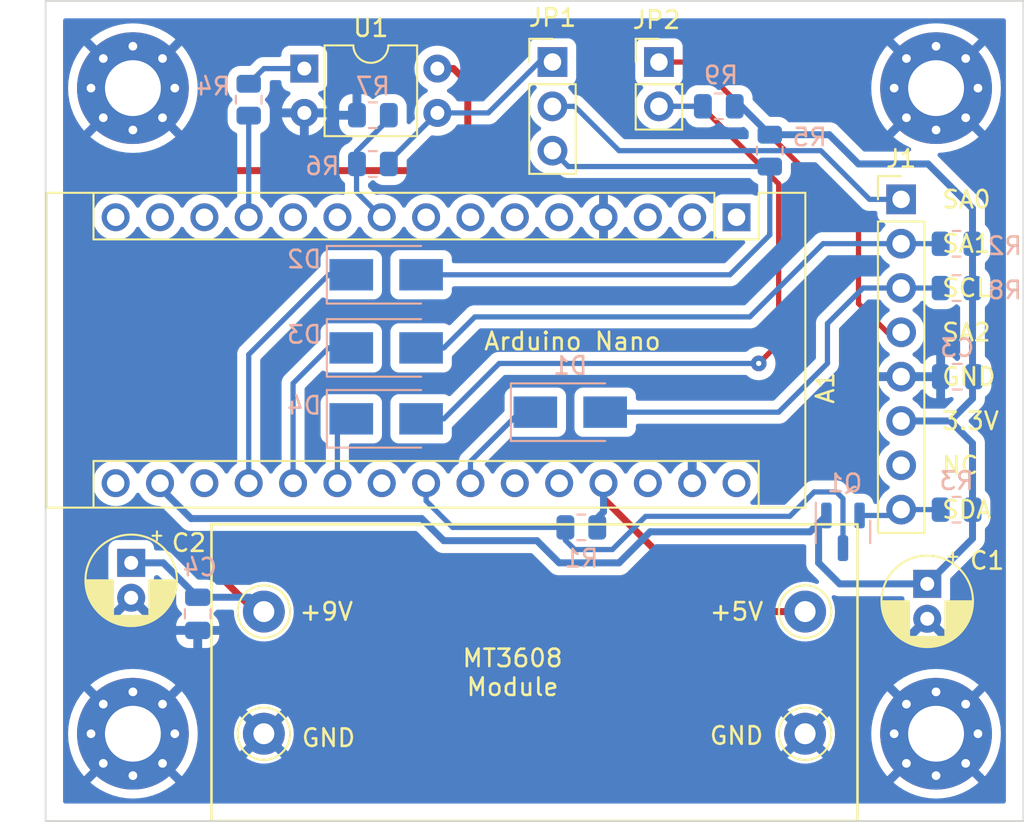
<source format=kicad_pcb>
(kicad_pcb (version 20211014) (generator pcbnew)
  (layers (0 "F.Cu" signal) (31 "B.Cu" signal) (34 "B.Paste" user) (35 "F.Paste" user) (36 "B.SilkS" user "B.Silkscreen") (37 "F.SilkS" user "F.Silkscreen") (38 "B.Mask" user) (39 "F.Mask" user) (44 "Edge.Cuts" user))
  (net 0 "")
  (net 4 "GND")
  (net 9 "HVDET")
  (net 12 "HVSW")
  (net 17 "+3.3V")
  (net 19 "SA0SW")
  (net 20 "SA1SW")
  (net 21 "SA2SW")
  (net 23 "SDASW")
  (net 24 "SCLSW")
  (net 27 "+5V")
  (net 30 "SA0")
  (net 31 "SA1")
  (net 32 "SCL")
  (net 33 "SA2")
  (net 34 "SDA")
  (net 35 "Net-(D2-Pad2)")
  (net 36 "Net-(JP1-Pad1)")
  (net 37 "Net-(R4-Pad2)")
  (net 38 "+9V")
  (net 39 "Net-(D4-Pad2)")
  (footprint "MountingHole:MountingHole_3.2mm_M3_Pad_Via" (layer "F.Cu") (at 105 105)
    (fp_text reference "H1" hide)
    (fp_text value "MountingHole_Pad" hide)
    (pad "1" thru_hole circle locked (at -1.697056 1.697056) (size 0.8 0.8) (drill 0.5) (layers *.Cu *.Mask) (net 4 "GND"))
    (pad "1" thru_hole circle locked (at 0 0) (size 6.4 6.4) (drill 3.2) (layers *.Cu *.Mask) (net 4 "GND"))
    (pad "1" thru_hole circle locked (at 0 2.4) (size 0.8 0.8) (drill 0.5) (layers *.Cu *.Mask) (net 4 "GND"))
    (pad "1" thru_hole circle locked (at 2.4 0) (size 0.8 0.8) (drill 0.5) (layers *.Cu *.Mask) (net 4 "GND"))
    (pad "1" thru_hole circle locked (at -2.4 0) (size 0.8 0.8) (drill 0.5) (layers *.Cu *.Mask) (net 4 "GND"))
    (pad "1" thru_hole circle locked (at 1.697056 -1.697056) (size 0.8 0.8) (drill 0.5) (layers *.Cu *.Mask) (net 4 "GND"))
    (pad "1" thru_hole circle locked (at -1.697056 -1.697056) (size 0.8 0.8) (drill 0.5) (layers *.Cu *.Mask) (net 4 "GND"))
    (pad "1" thru_hole circle locked (at 1.697056 1.697056) (size 0.8 0.8) (drill 0.5) (layers *.Cu *.Mask) (net 4 "GND"))
    (pad "1" thru_hole circle locked (at 0 -2.4) (size 0.8 0.8) (drill 0.5) (layers *.Cu *.Mask) (net 4 "GND"))
  )
  (footprint "MountingHole:MountingHole_3.2mm_M3_Pad_Via" (layer "F.Cu") (at 105 142)
    (fp_text reference "H3" hide)
    (fp_text value "MountingHole_Pad" hide)
    (pad "1" thru_hole circle locked (at -1.697056 -1.697056) (size 0.8 0.8) (drill 0.5) (layers *.Cu *.Mask) (net 4 "GND"))
    (pad "1" thru_hole circle locked (at 0 2.4) (size 0.8 0.8) (drill 0.5) (layers *.Cu *.Mask) (net 4 "GND"))
    (pad "1" thru_hole circle locked (at 1.697056 1.697056) (size 0.8 0.8) (drill 0.5) (layers *.Cu *.Mask) (net 4 "GND"))
    (pad "1" thru_hole circle locked (at 2.4 0) (size 0.8 0.8) (drill 0.5) (layers *.Cu *.Mask) (net 4 "GND"))
    (pad "1" thru_hole circle locked (at 0 -2.4) (size 0.8 0.8) (drill 0.5) (layers *.Cu *.Mask) (net 4 "GND"))
    (pad "1" thru_hole circle locked (at -2.4 0) (size 0.8 0.8) (drill 0.5) (layers *.Cu *.Mask) (net 4 "GND"))
    (pad "1" thru_hole circle locked (at 0 0) (size 6.4 6.4) (drill 3.2) (layers *.Cu *.Mask) (net 4 "GND"))
    (pad "1" thru_hole circle locked (at 1.697056 -1.697056) (size 0.8 0.8) (drill 0.5) (layers *.Cu *.Mask) (net 4 "GND"))
    (pad "1" thru_hole circle locked (at -1.697056 1.697056) (size 0.8 0.8) (drill 0.5) (layers *.Cu *.Mask) (net 4 "GND"))
  )
  (footprint "Connector_Pin:Pin_D1.0mm_L10.0mm_LooseFit" (layer "F.Cu") (at 143.5 135)
    (fp_text reference "J4" hide)
    (fp_text value "Conn_01x01" hide)
    (pad "1" thru_hole circle locked (at 0 0) (size 2.4 2.4) (drill 1.2) (layers *.Cu *.Mask) (net 27 "+5V"))
  )
  (footprint "Capacitor_THT:CP_Radial_D5.0mm_P2.00mm" (layer "F.Cu") (at 150.495 133.410888 -90)
    (fp_text reference "C1" (at -1.330888 -3.429) (layer "F.SilkS"))
    (fp_text value "100 x 6.3V")
    (pad "1" thru_hole rect (at 0 0 270) (size 1.6 1.6) (drill 0.8) (layers *.Cu *.Mask) (net 17 "+3.3V"))
    (pad "2" thru_hole circle (at 2 0 270) (size 1.6 1.6) (drill 0.8) (layers *.Cu *.Mask) (net 4 "GND"))
  )
  (footprint "Connector_PinHeader_2.54mm:PinHeader_1x03_P2.54mm_Vertical" (layer "F.Cu") (at 129.0305 103.505)
    (fp_text reference "JP1" (at 0.0015 -2.54) (layer "F.SilkS"))
    (fp_text value "SA0_MODE")
    (pad "1" thru_hole rect (at 0 0) (size 1.7 1.7) (drill 1) (layers *.Cu *.Mask) (net 36 "Net-(JP1-Pad1)"))
    (pad "2" thru_hole oval (at 0 2.54) (size 1.7 1.7) (drill 1) (layers *.Cu *.Mask) (net 30 "SA0"))
    (pad "3" thru_hole oval (at 0 5.08) (size 1.7 1.7) (drill 1) (layers *.Cu *.Mask) (net 35 "Net-(D2-Pad2)"))
  )
  (footprint "Module:Arduino_Nano" (layer "F.Cu") (at 139.573 112.4 -90)
    (fp_text reference "A1" (at 9.774 -5.08 90) (layer "F.SilkS"))
    (fp_text value "Arduino_Nano_v2.x")
    (pad "1" thru_hole rect (at 0 0 270) (size 1.6 1.6) (drill 1) (layers *.Cu *.Mask))
    (pad "2" thru_hole oval (at 0 2.54 270) (size 1.6 1.6) (drill 1) (layers *.Cu *.Mask))
    (pad "3" thru_hole oval (at 0 5.08 270) (size 1.6 1.6) (drill 1) (layers *.Cu *.Mask))
    (pad "4" thru_hole oval (at 0 7.62 270) (size 1.6 1.6) (drill 1) (layers *.Cu *.Mask) (net 4 "GND"))
    (pad "5" thru_hole oval (at 0 10.16 270) (size 1.6 1.6) (drill 1) (layers *.Cu *.Mask))
    (pad "6" thru_hole oval (at 0 12.7 270) (size 1.6 1.6) (drill 1) (layers *.Cu *.Mask))
    (pad "7" thru_hole oval (at 0 15.24 270) (size 1.6 1.6) (drill 1) (layers *.Cu *.Mask))
    (pad "8" thru_hole oval (at 0 17.78 270) (size 1.6 1.6) (drill 1) (layers *.Cu *.Mask))
    (pad "9" thru_hole oval (at 0 20.32 270) (size 1.6 1.6) (drill 1) (layers *.Cu *.Mask) (net 9 "HVDET"))
    (pad "10" thru_hole oval (at 0 22.86 270) (size 1.6 1.6) (drill 1) (layers *.Cu *.Mask))
    (pad "11" thru_hole oval (at 0 25.4 270) (size 1.6 1.6) (drill 1) (layers *.Cu *.Mask))
    (pad "12" thru_hole oval (at 0 27.94 270) (size 1.6 1.6) (drill 1) (layers *.Cu *.Mask) (net 12 "HVSW"))
    (pad "13" thru_hole oval (at 0 30.48 270) (size 1.6 1.6) (drill 1) (layers *.Cu *.Mask))
    (pad "14" thru_hole oval (at 0 33.02 270) (size 1.6 1.6) (drill 1) (layers *.Cu *.Mask))
    (pad "15" thru_hole oval (at 0 35.56 270) (size 1.6 1.6) (drill 1) (layers *.Cu *.Mask))
    (pad "16" thru_hole oval (at 15.24 35.56 270) (size 1.6 1.6) (drill 1) (layers *.Cu *.Mask))
    (pad "17" thru_hole oval (at 15.24 33.02 270) (size 1.6 1.6) (drill 1) (layers *.Cu *.Mask) (net 17 "+3.3V"))
    (pad "18" thru_hole oval (at 15.24 30.48 270) (size 1.6 1.6) (drill 1) (layers *.Cu *.Mask))
    (pad "19" thru_hole oval (at 15.24 27.94 270) (size 1.6 1.6) (drill 1) (layers *.Cu *.Mask) (net 19 "SA0SW"))
    (pad "20" thru_hole oval (at 15.24 25.4 270) (size 1.6 1.6) (drill 1) (layers *.Cu *.Mask) (net 20 "SA1SW"))
    (pad "21" thru_hole oval (at 15.24 22.86 270) (size 1.6 1.6) (drill 1) (layers *.Cu *.Mask) (net 21 "SA2SW"))
    (pad "22" thru_hole oval (at 15.24 20.32 270) (size 1.6 1.6) (drill 1) (layers *.Cu *.Mask))
    (pad "23" thru_hole oval (at 15.24 17.78 270) (size 1.6 1.6) (drill 1) (layers *.Cu *.Mask) (net 23 "SDASW"))
    (pad "24" thru_hole oval (at 15.24 15.24 270) (size 1.6 1.6) (drill 1) (layers *.Cu *.Mask) (net 24 "SCLSW"))
    (pad "25" thru_hole oval (at 15.24 12.7 270) (size 1.6 1.6) (drill 1) (layers *.Cu *.Mask))
    (pad "26" thru_hole oval (at 15.24 10.16 270) (size 1.6 1.6) (drill 1) (layers *.Cu *.Mask))
    (pad "27" thru_hole oval (at 15.24 7.62 270) (size 1.6 1.6) (drill 1) (layers *.Cu *.Mask) (net 27 "+5V"))
    (pad "28" thru_hole oval (at 15.24 5.08 270) (size 1.6 1.6) (drill 1) (layers *.Cu *.Mask))
    (pad "29" thru_hole oval (at 15.24 2.54 270) (size 1.6 1.6) (drill 1) (layers *.Cu *.Mask) (net 4 "GND"))
    (pad "30" thru_hole oval (at 15.24 0 270) (size 1.6 1.6) (drill 1) (layers *.Cu *.Mask))
  )
  (footprint "Connector_Pin:Pin_D1.0mm_L10.0mm_LooseFit" (layer "F.Cu") (at 143.5 142)
    (fp_text reference "J5" hide)
    (fp_text value "Conn_01x01" hide)
    (pad "1" thru_hole circle locked (at 0 0) (size 2.4 2.4) (drill 1.2) (layers *.Cu *.Mask) (net 4 "GND"))
  )
  (footprint "Connector_PinHeader_2.54mm:PinHeader_1x08_P2.54mm_Vertical" (layer "F.Cu") (at 149 111.375)
    (fp_text reference "J1" (at 0 -2.33) (layer "F.SilkS"))
    (fp_text value "Conn_01x08_Male")
    (pad "1" thru_hole rect (at 0 0) (size 1.7 1.7) (drill 1) (layers *.Cu *.Mask) (net 30 "SA0"))
    (pad "2" thru_hole oval (at 0 2.54) (size 1.7 1.7) (drill 1) (layers *.Cu *.Mask) (net 31 "SA1"))
    (pad "3" thru_hole oval (at 0 5.08) (size 1.7 1.7) (drill 1) (layers *.Cu *.Mask) (net 32 "SCL"))
    (pad "4" thru_hole oval (at 0 7.62) (size 1.7 1.7) (drill 1) (layers *.Cu *.Mask) (net 33 "SA2"))
    (pad "5" thru_hole oval (at 0 10.16) (size 1.7 1.7) (drill 1) (layers *.Cu *.Mask) (net 4 "GND"))
    (pad "6" thru_hole oval (at 0 12.7) (size 1.7 1.7) (drill 1) (layers *.Cu *.Mask) (net 17 "+3.3V"))
    (pad "7" thru_hole oval (at 0 15.24) (size 1.7 1.7) (drill 1) (layers *.Cu *.Mask))
    (pad "8" thru_hole oval (at 0 17.78) (size 1.7 1.7) (drill 1) (layers *.Cu *.Mask) (net 34 "SDA"))
  )
  (footprint "Package_DIP:DIP-4_W7.62mm" (layer "F.Cu") (at 114.818 103.881)
    (fp_text reference "U1" (at 3.81 -2.33) (layer "F.SilkS"))
    (fp_text value "PC817")
    (pad "1" thru_hole rect (at 0 0) (size 1.6 1.6) (drill 0.8) (layers *.Cu *.Mask) (net 37 "Net-(R4-Pad2)"))
    (pad "2" thru_hole oval (at 0 2.54) (size 1.6 1.6) (drill 0.8) (layers *.Cu *.Mask) (net 4 "GND"))
    (pad "3" thru_hole oval (at 7.62 2.54) (size 1.6 1.6) (drill 0.8) (layers *.Cu *.Mask) (net 36 "Net-(JP1-Pad1)"))
    (pad "4" thru_hole oval (at 7.62 0) (size 1.6 1.6) (drill 0.8) (layers *.Cu *.Mask) (net 38 "+9V"))
  )
  (footprint "Connector_Pin:Pin_D1.0mm_L10.0mm_LooseFit" (layer "F.Cu") (at 112.5 142)
    (fp_text reference "J3" hide)
    (fp_text value "Conn_01x01" hide)
    (pad "1" thru_hole circle locked (at 0 0) (size 2.4 2.4) (drill 1.2) (layers *.Cu *.Mask) (net 4 "GND"))
  )
  (footprint "Connector_PinHeader_2.54mm:PinHeader_1x02_P2.54mm_Vertical" (layer "F.Cu") (at 135.128 103.505)
    (fp_text reference "JP2" (at -0.1405 -2.413) (layer "F.SilkS"))
    (fp_text value "SA2_Mode")
    (pad "1" thru_hole rect (at 0 0) (size 1.7 1.7) (drill 1) (layers *.Cu *.Mask) (net 33 "SA2"))
    (pad "2" thru_hole oval (at 0 2.54) (size 1.7 1.7) (drill 1) (layers *.Cu *.Mask) (net 39 "Net-(D4-Pad2)"))
  )
  (footprint "MountingHole:MountingHole_3.2mm_M3_Pad_Via" (layer "F.Cu") (at 151 142)
    (fp_text reference "H4" hide)
    (fp_text value "MountingHole_Pad" hide)
    (pad "1" thru_hole circle locked (at 1.697056 -1.697056) (size 0.8 0.8) (drill 0.5) (layers *.Cu *.Mask) (net 4 "GND"))
    (pad "1" thru_hole circle locked (at 0 0) (size 6.4 6.4) (drill 3.2) (layers *.Cu *.Mask) (net 4 "GND"))
    (pad "1" thru_hole circle locked (at -1.697056 -1.697056) (size 0.8 0.8) (drill 0.5) (layers *.Cu *.Mask) (net 4 "GND"))
    (pad "1" thru_hole circle locked (at 0 2.4) (size 0.8 0.8) (drill 0.5) (layers *.Cu *.Mask) (net 4 "GND"))
    (pad "1" thru_hole circle locked (at -2.4 0) (size 0.8 0.8) (drill 0.5) (layers *.Cu *.Mask) (net 4 "GND"))
    (pad "1" thru_hole circle locked (at 0 -2.4) (size 0.8 0.8) (drill 0.5) (layers *.Cu *.Mask) (net 4 "GND"))
    (pad "1" thru_hole circle locked (at -1.697056 1.697056) (size 0.8 0.8) (drill 0.5) (layers *.Cu *.Mask) (net 4 "GND"))
    (pad "1" thru_hole circle locked (at 2.4 0) (size 0.8 0.8) (drill 0.5) (layers *.Cu *.Mask) (net 4 "GND"))
    (pad "1" thru_hole circle locked (at 1.697056 1.697056) (size 0.8 0.8) (drill 0.5) (layers *.Cu *.Mask) (net 4 "GND"))
  )
  (footprint "Connector_Pin:Pin_D1.0mm_L10.0mm_LooseFit" (layer "F.Cu") (at 112.5 135)
    (fp_text reference "J2" hide)
    (fp_text value "Conn_01x01" hide)
    (pad "1" thru_hole circle locked (at 0 0) (size 2.4 2.4) (drill 1.2) (layers *.Cu *.Mask) (net 38 "+9V"))
  )
  (footprint "MountingHole:MountingHole_3.2mm_M3_Pad_Via" (layer "F.Cu") (at 151 105)
    (fp_text reference "H2" hide)
    (fp_text value "MountingHole_Pad" hide)
    (pad "1" thru_hole circle locked (at 1.697056 -1.697056) (size 0.8 0.8) (drill 0.5) (layers *.Cu *.Mask) (net 4 "GND"))
    (pad "1" thru_hole circle locked (at -2.4 0) (size 0.8 0.8) (drill 0.5) (layers *.Cu *.Mask) (net 4 "GND"))
    (pad "1" thru_hole circle locked (at 0 -2.4) (size 0.8 0.8) (drill 0.5) (layers *.Cu *.Mask) (net 4 "GND"))
    (pad "1" thru_hole circle locked (at -1.697056 1.697056) (size 0.8 0.8) (drill 0.5) (layers *.Cu *.Mask) (net 4 "GND"))
    (pad "1" thru_hole circle locked (at 1.697056 1.697056) (size 0.8 0.8) (drill 0.5) (layers *.Cu *.Mask) (net 4 "GND"))
    (pad "1" thru_hole circle locked (at 0 2.4) (size 0.8 0.8) (drill 0.5) (layers *.Cu *.Mask) (net 4 "GND"))
    (pad "1" thru_hole circle locked (at 0 0) (size 6.4 6.4) (drill 3.2) (layers *.Cu *.Mask) (net 4 "GND"))
    (pad "1" thru_hole circle locked (at 2.4 0) (size 0.8 0.8) (drill 0.5) (layers *.Cu *.Mask) (net 4 "GND"))
    (pad "1" thru_hole circle locked (at -1.697056 -1.697056) (size 0.8 0.8) (drill 0.5) (layers *.Cu *.Mask) (net 4 "GND"))
  )
  (footprint "Capacitor_THT:CP_Radial_D5.0mm_P2.00mm" (layer "F.Cu") (at 104.902 132.207 -90)
    (fp_text reference "C2" (at -1.143 -3.302) (layer "F.SilkS"))
    (fp_text value "100 x 16V")
    (pad "1" thru_hole rect (at 0 0 270) (size 1.6 1.6) (drill 0.8) (layers *.Cu *.Mask) (net 38 "+9V"))
    (pad "2" thru_hole circle (at 2 0 270) (size 1.6 1.6) (drill 0.8) (layers *.Cu *.Mask) (net 4 "GND"))
  )
  (footprint "Resistor_SMD:R_0805_2012Metric" (layer "B.Cu") (at 152.175 113.92)
    (fp_text reference "R8" (at 2.765 2.666) (layer "B.SilkS") (effects (justify mirror)))
    (fp_text value "10k")
    (pad "1" smd roundrect (at -0.9125 0) (size 1.025 1.4) (layers "B.Cu" "B.Paste" "B.Mask") (roundrect_rratio 0.243902439) (net 31 "SA1"))
    (pad "2" smd roundrect (at 0.9125 0) (size 1.025 1.4) (layers "B.Cu" "B.Paste" "B.Mask") (roundrect_rratio 0.243902439) (net 17 "+3.3V"))
  )
  (footprint "Resistor_SMD:R_0805_2012Metric" (layer "B.Cu") (at 152.175 116.46 180)
    (fp_text reference "R2" (at -2.765 2.414) (layer "B.SilkS") (effects (justify mirror)))
    (fp_text value "4k7")
    (pad "1" smd roundrect (at -0.9125 0 180) (size 1.025 1.4) (layers "B.Cu" "B.Paste" "B.Mask") (roundrect_rratio 0.243902439) (net 17 "+3.3V"))
    (pad "2" smd roundrect (at 0.9125 0 180) (size 1.025 1.4) (layers "B.Cu" "B.Paste" "B.Mask") (roundrect_rratio 0.243902439) (net 32 "SCL"))
  )
  (footprint "Resistor_SMD:R_0805_2012Metric" (layer "B.Cu") (at 141.4765 108.582 90)
    (fp_text reference "R5" (at 0.762 2.286) (layer "B.SilkS") (effects (justify mirror)))
    (fp_text value "10k")
    (pad "1" smd roundrect (at -0.9125 0 90) (size 1.025 1.4) (layers "B.Cu" "B.Paste" "B.Mask") (roundrect_rratio 0.243902439) (net 35 "Net-(D2-Pad2)"))
    (pad "2" smd roundrect (at 0.9125 0 90) (size 1.025 1.4) (layers "B.Cu" "B.Paste" "B.Mask") (roundrect_rratio 0.243902439) (net 17 "+3.3V"))
  )
  (footprint "Diode_SMD:D_SMA" (layer "B.Cu") (at 119.507 115.697)
    (fp_text reference "D2" (at -4.699 -0.889) (layer "B.SilkS") (effects (justify mirror)))
    (fp_text value "SS12")
    (pad "1" smd rect (at -2 0) (size 2.5 1.8) (layers "B.Cu" "B.Paste" "B.Mask") (net 19 "SA0SW"))
    (pad "2" smd rect (at 2 0) (size 2.5 1.8) (layers "B.Cu" "B.Paste" "B.Mask") (net 35 "Net-(D2-Pad2)"))
  )
  (footprint "Resistor_SMD:R_0805_2012Metric" (layer "B.Cu") (at 138.557 106.042)
    (fp_text reference "R9" (at 0.127 -1.778) (layer "B.SilkS") (effects (justify mirror)))
    (fp_text value "10k")
    (pad "1" smd roundrect (at -0.9125 0) (size 1.025 1.4) (layers "B.Cu" "B.Paste" "B.Mask") (roundrect_rratio 0.243902439) (net 39 "Net-(D4-Pad2)"))
    (pad "2" smd roundrect (at 0.9125 0) (size 1.025 1.4) (layers "B.Cu" "B.Paste" "B.Mask") (roundrect_rratio 0.243902439) (net 17 "+3.3V"))
  )
  (footprint "Capacitor_SMD:C_0805_2012Metric" (layer "B.Cu") (at 108.712 135.128 -90)
    (fp_text reference "C4" (at -2.667 -0.127) (layer "B.SilkS") (effects (justify mirror)))
    (fp_text value "0.1")
    (pad "1" smd roundrect (at -0.95 0 270) (size 1 1.45) (layers "B.Cu" "B.Paste" "B.Mask") (net 38 "+9V"))
    (pad "2" smd roundrect (at 0.95 0 270) (size 1 1.45) (layers "B.Cu" "B.Paste" "B.Mask") (net 4 "GND"))
  )
  (footprint "Resistor_SMD:R_0805_2012Metric" (layer "B.Cu") (at 152.175 129.159 180)
    (fp_text reference "R3" (at 0 1.65) (layer "B.SilkS") (effects (justify mirror)))
    (fp_text value "4k7")
    (pad "1" smd roundrect (at -0.9125 0 180) (size 1.025 1.4) (layers "B.Cu" "B.Paste" "B.Mask") (roundrect_rratio 0.243902439) (net 17 "+3.3V"))
    (pad "2" smd roundrect (at 0.9125 0 180) (size 1.025 1.4) (layers "B.Cu" "B.Paste" "B.Mask") (roundrect_rratio 0.243902439) (net 34 "SDA"))
  )
  (footprint "Diode_SMD:D_SMA" (layer "B.Cu") (at 119.507 123.952)
    (fp_text reference "D4" (at -4.699 -0.762) (layer "B.SilkS") (effects (justify mirror)))
    (fp_text value "SS12")
    (pad "1" smd rect (at -2 0) (size 2.5 1.8) (layers "B.Cu" "B.Paste" "B.Mask") (net 21 "SA2SW"))
    (pad "2" smd rect (at 2 0) (size 2.5 1.8) (layers "B.Cu" "B.Paste" "B.Mask") (net 39 "Net-(D4-Pad2)"))
  )
  (footprint "Package_TO_SOT_SMD:SOT-23" (layer "B.Cu") (at 145.669 130.429 -90)
    (fp_text reference "Q1" (at -2.79 -0.098) (layer "B.SilkS") (effects (justify mirror)))
    (fp_text value "BSS138")
    (pad "1" smd roundrect (at -0.9375 0.95 270) (size 1.475 0.6) (layers "B.Cu" "B.Paste" "B.Mask") (net 17 "+3.3V"))
    (pad "2" smd roundrect (at -0.9375 -0.95 270) (size 1.475 0.6) (layers "B.Cu" "B.Paste" "B.Mask") (net 34 "SDA"))
    (pad "3" smd roundrect (at 0.9375 0 270) (size 1.475 0.6) (layers "B.Cu" "B.Paste" "B.Mask") (net 23 "SDASW"))
  )
  (footprint "Resistor_SMD:R_0805_2012Metric" (layer "B.Cu") (at 118.745 109.347)
    (fp_text reference "R6" (at -2.8975 0.122) (layer "B.SilkS") (effects (justify mirror)))
    (fp_text value "8k2")
    (pad "1" smd roundrect (at -0.9125 0) (size 1.025 1.4) (layers "B.Cu" "B.Paste" "B.Mask") (roundrect_rratio 0.243902439) (net 9 "HVDET"))
    (pad "2" smd roundrect (at 0.9125 0) (size 1.025 1.4) (layers "B.Cu" "B.Paste" "B.Mask") (roundrect_rratio 0.243902439) (net 36 "Net-(JP1-Pad1)"))
  )
  (footprint "Resistor_SMD:R_0805_2012Metric" (layer "B.Cu") (at 111.633 105.664 90)
    (fp_text reference "R4" (at 0.762 -2.032 180) (layer "B.SilkS") (effects (justify mirror)))
    (fp_text value "390")
    (pad "1" smd roundrect (at -0.9125 0 90) (size 1.025 1.4) (layers "B.Cu" "B.Paste" "B.Mask") (roundrect_rratio 0.243902439) (net 12 "HVSW"))
    (pad "2" smd roundrect (at 0.9125 0 90) (size 1.025 1.4) (layers "B.Cu" "B.Paste" "B.Mask") (roundrect_rratio 0.243902439) (net 37 "Net-(R4-Pad2)"))
  )
  (footprint "Resistor_SMD:R_0805_2012Metric" (layer "B.Cu") (at 118.745 106.553)
    (fp_text reference "R7" (at 0 -1.656) (layer "B.SilkS") (effects (justify mirror)))
    (fp_text value "10k")
    (pad "1" smd roundrect (at -0.9125 0) (size 1.025 1.4) (layers "B.Cu" "B.Paste" "B.Mask") (roundrect_rratio 0.243902439) (net 4 "GND"))
    (pad "2" smd roundrect (at 0.9125 0) (size 1.025 1.4) (layers "B.Cu" "B.Paste" "B.Mask") (roundrect_rratio 0.243902439) (net 9 "HVDET"))
  )
  (footprint "Diode_SMD:D_SMA" (layer "B.Cu") (at 130.048 123.571)
    (fp_text reference "D1" (at 0 -2.667) (layer "B.SilkS") (effects (justify mirror)))
    (fp_text value "SS12")
    (pad "1" smd rect (at -2 0) (size 2.5 1.8) (layers "B.Cu" "B.Paste" "B.Mask") (net 24 "SCLSW"))
    (pad "2" smd rect (at 2 0) (size 2.5 1.8) (layers "B.Cu" "B.Paste" "B.Mask") (net 32 "SCL"))
  )
  (footprint "Diode_SMD:D_SMA" (layer "B.Cu") (at 119.507 119.888)
    (fp_text reference "D3" (at -4.699 -0.762) (layer "B.SilkS") (effects (justify mirror)))
    (fp_text value "SS12")
    (pad "1" smd rect (at -2 0) (size 2.5 1.8) (layers "B.Cu" "B.Paste" "B.Mask") (net 20 "SA1SW"))
    (pad "2" smd rect (at 2 0) (size 2.5 1.8) (layers "B.Cu" "B.Paste" "B.Mask") (net 31 "SA1"))
  )
  (footprint "Resistor_SMD:R_0805_2012Metric" (layer "B.Cu") (at 130.683 130.175 180)
    (fp_text reference "R1" (at 0 -1.778) (layer "B.SilkS") (effects (justify mirror)))
    (fp_text value "4k7")
    (pad "1" smd roundrect (at -0.9125 0 180) (size 1.025 1.4) (layers "B.Cu" "B.Paste" "B.Mask") (roundrect_rratio 0.243902439) (net 27 "+5V"))
    (pad "2" smd roundrect (at 0.9125 0 180) (size 1.025 1.4) (layers "B.Cu" "B.Paste" "B.Mask") (roundrect_rratio 0.243902439) (net 23 "SDASW"))
  )
  (footprint "Capacitor_SMD:C_0805_2012Metric" (layer "B.Cu") (at 152.212 121.539 180)
    (fp_text reference "C3" (at 0 1.651) (layer "B.SilkS") (effects (justify mirror)))
    (fp_text value "0.1")
    (pad "1" smd roundrect (at -0.95 0 180) (size 1 1.45) (layers "B.Cu" "B.Paste" "B.Mask") (net 17 "+3.3V"))
    (pad "2" smd roundrect (at 0.95 0 180) (size 1 1.45) (layers "B.Cu" "B.Paste" "B.Mask") (net 4 "GND"))
  )
  (gr_rect locked (start 109.5 130) (end 146.5 147) (layer "F.SilkS") (width 0.15) (fill none))
  (gr_rect (start 100 100) (end 156 147) (layer "Edge.Cuts") (width 0.1) (fill none))
  (gr_text "SDA" (at 151.257 129.159) (layer "F.SilkS") (effects (font (size 1 1)) (justify left)))
  (gr_text "Arduino Nano" (at 130.175 119.507) (layer "F.SilkS") (effects (font (size 1 1))))
  (gr_text "SA0" (at 151.257 111.379) (layer "F.SilkS") (effects (font (size 1 1)) (justify left)))
  (gr_text "NC" (at 151.257 126.619) (layer "F.SilkS") (effects (font (size 1 1)) (justify left)))
  (gr_text "+9V" (at 116.078 135.001) (layer "F.SilkS") (effects (font (size 1 1))))
  (gr_text "GND" (at 151.257 121.539) (layer "F.SilkS") (effects (font (size 1 1)) (justify left)))
  (gr_text "GND" (at 139.573 142.113) (layer "F.SilkS") (effects (font (size 1 1))))
  (gr_text "MT3608" (at 126.746 137.668) (layer "F.SilkS") (effects (font (size 1 1))))
  (gr_text "3.3V" (at 151.257 124.079) (layer "F.SilkS") (effects (font (size 1 1)) (justify left)))
  (gr_text "SCL" (at 151.257 116.459) (layer "F.SilkS") (effects (font (size 1 1)) (justify left)))
  (gr_text "+5V" (at 139.573 135.001) (layer "F.SilkS") (effects (font (size 1 1))))
  (gr_text "SA2" (at 151.257 118.999) (layer "F.SilkS") (effects (font (size 1 1)) (justify left)))
  (gr_text "SA1" (at 151.257 113.919) (layer "F.SilkS") (effects (font (size 1 1)) (justify left)))
  (gr_text "Module" (at 126.746 139.319) (layer "F.SilkS") (effects (font (size 1 1))))
  (gr_text "GND" (at 116.205 142.24) (layer "F.SilkS") (effects (font (size 1 1))))
  (segment (start 117.809 108.632) (end 117.809 110.956) (width 0.3) (layer "B.Cu") (net 9))
  (segment (start 119.6575 106.7835) (end 117.809 108.632) (width 0.3) (layer "B.Cu") (net 9))
  (segment (start 117.809 110.956) (end 119.253 112.4) (width 0.3) (layer "B.Cu") (net 9))
  (segment (start 111.633 112.4) (end 111.633 106.5765) (width 0.3) (layer "B.Cu") (net 12))
  (segment (start 143.7815 130.429) (end 144.272 129.9385) (width 0.4) (layer "B.Cu") (net 17))
  (segment (start 153.162 121.539) (end 153.0875 121.6135) (width 0.4) (layer "B.Cu") (net 17))
  (segment (start 150.543 109.347) (end 153.0875 111.8915) (width 0.4) (layer "B.Cu") (net 17))
  (segment (start 153.0875 129.159) (end 153.0875 125.3535) (width 0.4) (layer "B.Cu") (net 17))
  (segment (start 141.4765 107.6695) (end 144.8805 107.6695) (width 0.4) (layer "B.Cu") (net 17))
  (segment (start 134.62 130.429) (end 143.7815 130.429) (width 0.4) (layer "B.Cu") (net 17))
  (segment (start 128.143 130.937) (end 129.413 132.207) (width 0.4) (layer "B.Cu") (net 17))
  (segment (start 144.272 129.9385) (end 144.272 132.207) (width 0.4) (layer "B.Cu") (net 17))
  (segment (start 151.809 124.075) (end 153.0875 122.7965) (width 0.4) (layer "B.Cu") (net 17))
  (segment (start 145.475888 133.410888) (end 150.495 133.410888) (width 0.4) (layer "B.Cu") (net 17))
  (segment (start 106.68 128.016) (end 108.331 129.667) (width 0.4) (layer "B.Cu") (net 17))
  (segment (start 153.0875 121.6135) (end 153.0875 116.46) (width 0.4) (layer "B.Cu") (net 17))
  (segment (start 153.0875 125.3535) (end 151.809 124.075) (width 0.4) (layer "B.Cu") (net 17))
  (segment (start 132.842 132.207) (end 134.62 130.429) (width 0.4) (layer "B.Cu") (net 17))
  (segment (start 106.553 127.64) (end 106.553 128.016) (width 0.4) (layer "B.Cu") (net 17))
  (segment (start 129.413 132.207) (end 132.842 132.207) (width 0.4) (layer "B.Cu") (net 17))
  (segment (start 139.849 106.042) (end 141.4765 107.6695) (width 0.4) (layer "B.Cu") (net 17))
  (segment (start 122.809 130.937) (end 128.143 130.937) (width 0.4) (layer "B.Cu") (net 17))
  (segment (start 144.8805 107.6695) (end 146.558 109.347) (width 0.4) (layer "B.Cu") (net 17))
  (segment (start 106.553 128.016) (end 106.68 128.016) (width 0.4) (layer "B.Cu") (net 17))
  (segment (start 108.331 129.667) (end 121.539 129.667) (width 0.4) (layer "B.Cu") (net 17))
  (segment (start 153.0875 130.818388) (end 153.0875 129.159) (width 0.4) (layer "B.Cu") (net 17))
  (segment (start 150.495 133.410888) (end 153.0875 130.818388) (width 0.4) (layer "B.Cu") (net 17))
  (segment (start 153.0875 116.46) (end 153.0875 113.92) (width 0.4) (layer "B.Cu") (net 17))
  (segment (start 121.539 129.667) (end 122.809 130.937) (width 0.4) (layer "B.Cu") (net 17))
  (segment (start 151.809 124.075) (end 149 124.075) (width 0.4) (layer "B.Cu") (net 17))
  (segment (start 144.272 129.9385) (end 144.719 129.4915) (width 0.4) (layer "B.Cu") (net 17))
  (segment (start 146.558 109.347) (end 150.543 109.347) (width 0.4) (layer "B.Cu") (net 17))
  (segment (start 153.0875 122.7965) (end 153.0875 121.6135) (width 0.4) (layer "B.Cu") (net 17))
  (segment (start 144.272 132.207) (end 145.475888 133.410888) (width 0.4) (layer "B.Cu") (net 17))
  (segment (start 153.0875 111.8915) (end 153.0875 113.92) (width 0.4) (layer "B.Cu") (net 17))
  (segment (start 111.633 120.269) (end 116.205 115.697) (width 0.3) (layer "B.Cu") (net 19))
  (segment (start 116.205 115.697) (end 117.507 115.697) (width 0.3) (layer "B.Cu") (net 19))
  (segment (start 111.633 127.64) (end 111.633 120.269) (width 0.3) (layer "B.Cu") (net 19))
  (segment (start 116.205 119.888) (end 117.507 119.888) (width 0.3) (layer "B.Cu") (net 20))
  (segment (start 114.173 127.64) (end 114.173 121.92) (width 0.3) (layer "B.Cu") (net 20))
  (segment (start 114.173 121.92) (end 116.205 119.888) (width 0.3) (layer "B.Cu") (net 20))
  (segment (start 116.713 124.365) (end 117.507 123.571) (width 0.3) (layer "B.Cu") (net 21))
  (segment (start 116.713 127.64) (end 116.713 124.365) (width 0.3) (layer "B.Cu") (net 21))
  (segment (start 132.461 131.445) (end 134.366 129.54) (width 0.3) (layer "B.Cu") (net 23))
  (segment (start 145.288 128.143) (end 145.669 128.524) (width 0.3) (layer "B.Cu") (net 23))
  (segment (start 121.793 127.64) (end 121.793 128.651) (width 0.3) (layer "B.Cu") (net 23))
  (segment (start 145.669 128.524) (end 145.669 131.3665) (width 0.3) (layer "B.Cu") (net 23))
  (segment (start 144.018 128.143) (end 145.288 128.143) (width 0.3) (layer "B.Cu") (net 23))
  (segment (start 130.302 131.445) (end 132.461 131.445) (width 0.3) (layer "B.Cu") (net 23))
  (segment (start 129.7705 130.9135) (end 130.302 131.445) (width 0.3) (layer "B.Cu") (net 23))
  (segment (start 129.7705 130.175) (end 129.7705 130.9135) (width 0.3) (layer "B.Cu") (net 23))
  (segment (start 134.366 129.54) (end 142.621 129.54) (width 0.3) (layer "B.Cu") (net 23))
  (segment (start 123.317 130.175) (end 129.7705 130.175) (width 0.3) (layer "B.Cu") (net 23))
  (segment (start 142.621 129.54) (end 144.018 128.143) (width 0.3) (layer "B.Cu") (net 23))
  (segment (start 121.793 128.651) (end 123.317 130.175) (width 0.3) (layer "B.Cu") (net 23))
  (segment (start 124.333 127.64) (end 124.333 126.397) (width 0.3) (layer "B.Cu") (net 24))
  (segment (start 124.333 126.397) (end 127.159 123.571) (width 0.3) (layer "B.Cu") (net 24))
  (segment (start 127.159 123.571) (end 128.048 123.571) (width 0.3) (layer "B.Cu") (net 24))
  (segment (start 131.953 128.524) (end 138.429 135) (width 0.4) (layer "F.Cu") (net 27))
  (segment (start 131.953 127.64) (end 131.953 128.524) (width 0.4) (layer "F.Cu") (net 27))
  (segment (start 138.429 135) (end 143.5 135) (width 0.4) (layer "F.Cu") (net 27))
  (segment (start 131.5955 129.6435) (end 131.5955 130.175) (width 0.4) (layer "B.Cu") (net 27))
  (segment (start 131.953 127.64) (end 131.953 129.286) (width 0.4) (layer "B.Cu") (net 27))
  (segment (start 131.953 129.286) (end 131.5955 129.6435) (width 0.4) (layer "B.Cu") (net 27))
  (segment (start 130.3035 106.045) (end 132.8435 108.585) (width 0.3) (layer "B.Cu") (net 30))
  (segment (start 147.189 111.375) (end 149 111.375) (width 0.3) (layer "B.Cu") (net 30))
  (segment (start 129.0305 106.045) (end 130.3035 106.045) (width 0.3) (layer "B.Cu") (net 30))
  (segment (start 144.399 108.585) (end 147.189 111.375) (width 0.3) (layer "B.Cu") (net 30))
  (segment (start 132.8435 108.585) (end 144.399 108.585) (width 0.3) (layer "B.Cu") (net 30))
  (segment (start 144.53 113.915) (end 149 113.915) (width 0.3) (layer "B.Cu") (net 31))
  (segment (start 149 113.915) (end 151.2575 113.915) (width 0.3) (layer "B.Cu") (net 31))
  (segment (start 124.587 118.11) (end 140.335 118.11) (width 0.3) (layer "B.Cu") (net 31))
  (segment (start 121.507 119.888) (end 122.809 119.888) (width 0.3) (layer "B.Cu") (net 31))
  (segment (start 122.809 119.888) (end 124.587 118.11) (width 0.3) (layer "B.Cu") (net 31))
  (segment (start 151.2575 113.915) (end 151.2625 113.92) (width 0.3) (layer "B.Cu") (net 31))
  (segment (start 140.335 118.11) (end 144.53 113.915) (width 0.3) (layer "B.Cu") (net 31))
  (segment (start 151.2575 116.455) (end 151.2625 116.46) (width 0.3) (layer "B.Cu") (net 32))
  (segment (start 146.816 116.455) (end 149.229 116.455) (width 0.3) (layer "B.Cu") (net 32))
  (segment (start 144.78 118.491) (end 146.816 116.455) (width 0.3) (layer "B.Cu") (net 32))
  (segment (start 141.986 123.571) (end 132.048 123.571) (width 0.3) (layer "B.Cu") (net 32))
  (segment (start 149 116.455) (end 151.2575 116.455) (width 0.3) (layer "B.Cu") (net 32))
  (segment (start 141.986 123.571) (end 144.78 120.777) (width 0.3) (layer "B.Cu") (net 32))
  (segment (start 144.78 120.777) (end 144.78 118.491) (width 0.3) (layer "B.Cu") (net 32))
  (segment (start 146.558 112.776) (end 137.287 103.505) (width 0.3) (layer "F.Cu") (net 33))
  (segment (start 137.287 103.505) (end 135.128 103.505) (width 0.3) (layer "F.Cu") (net 33))
  (segment (start 148.205 118.995) (end 146.558 117.348) (width 0.3) (layer "F.Cu") (net 33))
  (segment (start 146.558 117.348) (end 146.558 112.776) (width 0.3) (layer "F.Cu") (net 33))
  (segment (start 149 118.995) (end 148.205 118.995) (width 0.3) (layer "F.Cu") (net 33))
  (segment (start 151.2585 129.155) (end 151.2625 129.159) (width 0.3) (layer "B.Cu") (net 34))
  (segment (start 146.619 129.4915) (end 148.6635 129.4915) (width 0.3) (layer "B.Cu") (net 34))
  (segment (start 148.6635 129.4915) (end 149 129.155) (width 0.3) (layer "B.Cu") (net 34))
  (segment (start 149 129.155) (end 151.2585 129.155) (width 0.3) (layer "B.Cu") (net 34))
  (segment (start 129.94 109.4945) (end 141.4765 109.4945) (width 0.3) (layer "B.Cu") (net 35))
  (segment (start 139.192 115.697) (end 141.4765 113.4125) (width 0.3) (layer "B.Cu") (net 35))
  (segment (start 129.0305 108.585) (end 129.94 109.4945) (width 0.3) (layer "B.Cu") (net 35))
  (segment (start 141.4765 109.4945) (end 141.4765 113.2825) (width 0.3) (layer "B.Cu") (net 35))
  (segment (start 141.4765 113.4125) (end 141.4765 113.2825) (width 0.3) (layer "B.Cu") (net 35))
  (segment (start 141.4765 113.2825) (end 141.478 113.284) (width 0.3) (layer "B.Cu") (net 35))
  (segment (start 121.507 115.697) (end 139.192 115.697) (width 0.3) (layer "B.Cu") (net 35))
  (segment (start 129.0305 103.505) (end 128.27 103.505) (width 0.3) (layer "B.Cu") (net 36))
  (segment (start 128.27 103.505) (end 125.354 106.421) (width 0.3) (layer "B.Cu") (net 36))
  (segment (start 122.438 106.421) (end 119.6575 109.2015) (width 0.3) (layer "B.Cu") (net 36))
  (segment (start 125.354 106.421) (end 122.438 106.421) (width 0.3) (layer "B.Cu") (net 36))
  (segment (start 119.6575 109.2015) (end 119.6575 109.347) (width 0.3) (layer "B.Cu") (net 36))
  (segment (start 112.5035 103.881) (end 114.818 103.881) (width 0.3) (layer "B.Cu") (net 37))
  (segment (start 111.633 104.7515) (end 112.5035 103.881) (width 0.3) (layer "B.Cu") (net 37))
  (segment (start 106.68 129.667) (end 112.013 135) (width 0.4) (layer "F.Cu") (net 38))
  (segment (start 101.727 128.651) (end 102.743 129.667) (width 0.4) (layer "F.Cu") (net 38))
  (segment (start 123.3628 103.881) (end 124.1806 104.6988) (width 0.4) (layer "F.Cu") (net 38))
  (segment (start 124.1806 108.2294) (end 122.682 109.728) (width 0.4) (layer "F.Cu") (net 38))
  (segment (start 102.743 129.667) (end 106.68 129.667) (width 0.4) (layer "F.Cu") (net 38))
  (segment (start 124.1806 104.6988) (end 124.1806 108.2294) (width 0.4) (layer "F.Cu") (net 38))
  (segment (start 102.616 109.728) (end 101.727 110.617) (width 0.4) (layer "F.Cu") (net 38))
  (segment (start 112.013 135) (end 112.5 135) (width 0.4) (layer "F.Cu") (net 38))
  (segment (start 101.727 110.617) (end 101.727 128.651) (width 0.4) (layer "F.Cu") (net 38))
  (segment (start 122.682 109.728) (end 102.616 109.728) (width 0.4) (layer "F.Cu") (net 38))
  (segment (start 122.438 103.881) (end 123.3628 103.881) (width 0.4) (layer "F.Cu") (net 38))
  (segment (start 111.678 134.178) (end 112.5 135) (width 0.4) (layer "B.Cu") (net 38))
  (segment (start 104.902 132.207) (end 106.741 132.207) (width 0.4) (layer "B.Cu") (net 38))
  (segment (start 106.741 132.207) (end 108.712 134.178) (width 0.4) (layer "B.Cu") (net 38))
  (segment (start 108.712 134.178) (end 111.678 134.178) (width 0.4) (layer "B.Cu") (net 38))
  (segment (start 141.9845 119.6355) (end 141.9845 110.4885) (width 0.3) (layer "F.Cu") (net 39))
  (segment (start 140.843 120.777) (end 141.9845 119.6355) (width 0.3) (layer "F.Cu") (net 39))
  (segment (start 137.541 106.045) (end 135.128 106.045) (width 0.3) (layer "F.Cu") (net 39))
  (segment (start 141.9845 110.4885) (end 137.541 106.045) (width 0.3) (layer "F.Cu") (net 39))
  (via (at 140.843 120.777) (size 0.9) (drill 0.3) (layers "F.Cu" "B.Cu") (net 39))
  (segment (start 121.507 123.952) (end 122.809 123.952) (width 0.3) (layer "B.Cu") (net 39))
  (segment (start 122.809 123.952) (end 125.984 120.777) (width 0.3) (layer "B.Cu") (net 39))
  (segment (start 137.6415 106.045) (end 137.6445 106.042) (width 0.3) (layer "B.Cu") (net 39))
  (segment (start 125.984 120.777) (end 126.111 120.777) (width 0.3) (layer "B.Cu") (net 39))
  (segment (start 135.128 106.045) (end 137.6415 106.045) (width 0.3) (layer "B.Cu") (net 39))
  (segment (start 140.843 120.777) (end 126.111 120.777) (width 0.3) (layer "B.Cu") (net 39))
  (zone (net 4) (net_name "GND") (layer "B.Cu") (connect_pads (clearance 0.508)) (min_thickness 0.254) (fill yes (thermal_gap 0.508) (thermal_bridge_width 0.508))
    (polygon (pts (xy 155 146) (xy 101 146) (xy 101 101) (xy 155 101)))
  )
)
</source>
